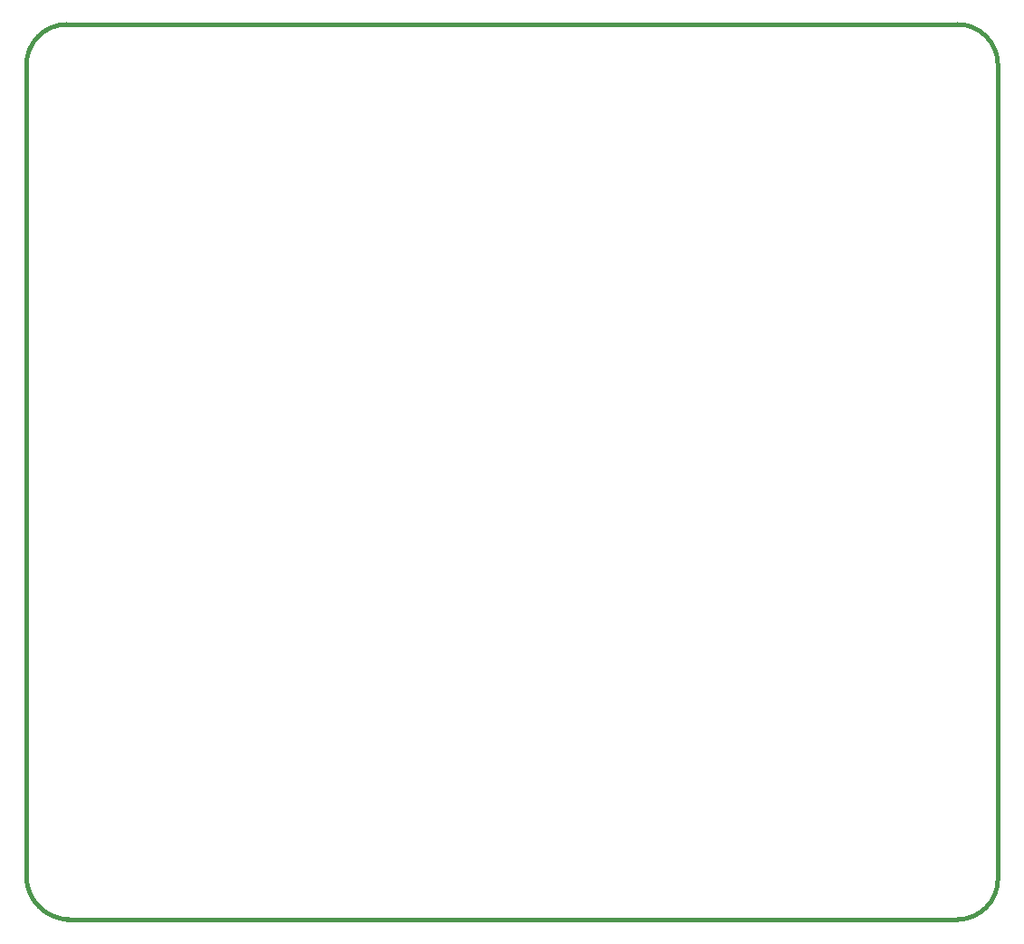
<source format=gbr>
G04 start of page 4 for group 2 idx 4 *
G04 Title: Balsamo, outline *
G04 Creator: pcb 1.99z *
G04 CreationDate: jue 24 oct 2013 15:42:48 GMT UTC *
G04 For: jalon *
G04 Format: Gerber/RS-274X *
G04 PCB-Dimensions (mil): 10000.00 10000.00 *
G04 PCB-Coordinate-Origin: lower left *
%MOIN*%
%FSLAX25Y25*%
%LNOUTLINE*%
%ADD91C,0.0150*%
G54D91*X151000Y826000D02*X479000D01*
X494000Y811000D02*Y511000D01*
X479000Y496000D02*X151000D01*
X136000Y511000D02*Y811000D01*
X151000Y826000D02*G75*G03X136000Y811000I0J-15000D01*G01*
X479000Y826000D02*G75*G02X494000Y811000I0J-15000D01*G01*
X479000Y496000D02*G75*G03X494000Y511000I0J15000D01*G01*
X136000Y512000D02*G75*G03X152000Y496000I16000J0D01*G01*
M02*

</source>
